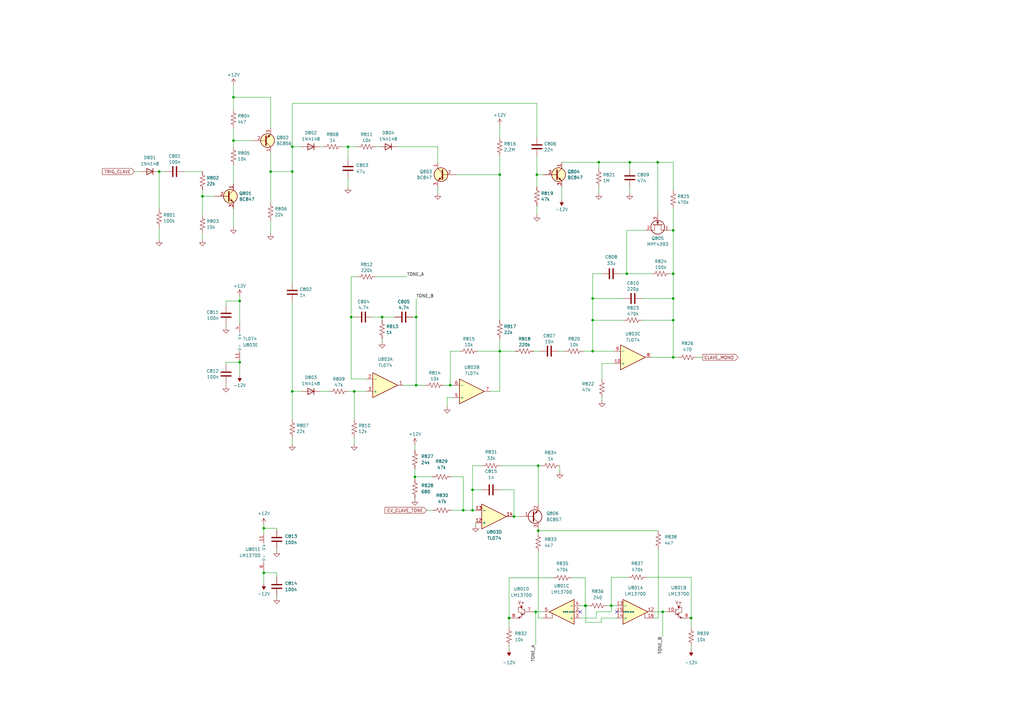
<source format=kicad_sch>
(kicad_sch (version 20231120) (generator "eeschema") (generator_version "8.0")
  (paper "A3")
  (lib_symbols
    (symbol "Amplifier_Operational:LM13700" (pin_names (offset 0.127))
      (property "Reference" "U" (at 3.81 5.08 0))
      (property "Value" "LM13700" (at 5.08 -5.08 0))
      (symbol "LM13700_1_1"
        (polyline (pts (xy 3.81 -0.635) (xy 3.81 -2.54) (xy 5.08 -2.54)))
        (polyline (pts (xy 5.08 0) (xy -5.08 -5.08) (xy -5.08 5.08) (xy 5.08 0)) (stroke (width 0.254)) (fill (type background)))
        (pin output line (at 7.62 0 180) (length 2.54) (name "~") (number "12"))
        (pin input line (at -7.62 2.54 0) (length 2.54) (name "-") (number "13"))
        (pin input line (at -7.62 -2.54 0) (length 2.54) (name "+") (number "14"))
        (pin input line (at -7.62 0 0) (length 2.54) (name "DIODE_BIAS") (number "15"))
        (pin input line (at 7.62 -2.54 180) (length 2.54) (name "~") (number "16"))
      )
      (symbol "LM13700_2_0"
        (polyline (pts (xy -1.905 2.54) (xy -3.175 2.54)))
      )
      (symbol "LM13700_2_1"
        (circle (center -2.54 1.905) (radius 0.254) (stroke (width 0.254)) (fill (type outline)))
        (polyline (pts (xy -3.81 -0.635) (xy -2.54 -1.27)))
        (polyline (pts (xy -3.81 1.27) (xy -3.81 -1.27)))
        (polyline (pts (xy -2.54 -1.905) (xy -1.27 -2.54)))
        (polyline (pts (xy -2.54 0) (xy -2.54 -2.54)))
        (polyline (pts (xy -3.81 0.635) (xy -2.54 1.27) (xy -2.54 1.905) (xy -2.54 2.54)))
        (polyline (pts (xy -2.54 -1.27) (xy -3.175 -0.635) (xy -3.175 -1.27) (xy -2.54 -1.27)) (fill (type outline)))
        (polyline (pts (xy -2.54 -0.635) (xy -1.27 0) (xy -1.27 1.905) (xy -2.54 1.905)))
        (polyline (pts (xy -1.27 -2.54) (xy -1.905 -1.905) (xy -1.905 -2.54) (xy -1.27 -2.54)) (fill (type outline)))
        (text "V+" (at -2.54 3.81 0) (effects (font (size 1.27 1.27))))
        (pin input line (at -7.62 0 0) (length 3.81) (name "~") (number "10"))
        (pin output line (at 2.54 -2.54 180) (length 3.81) (name "~") (number "9"))
      )
      (symbol "LM13700_3_1"
        (polyline (pts (xy 3.81 -0.635) (xy 3.81 -2.54) (xy 5.08 -2.54)))
        (polyline (pts (xy 5.08 0) (xy -5.08 -5.08) (xy -5.08 5.08) (xy 5.08 0)) (stroke (width 0.254)) (fill (type background)))
        (pin input line (at 7.62 -2.54 180) (length 2.54) (name "~") (number "1"))
        (pin input line (at -7.62 0 0) (length 2.54) (name "DIODE_BIAS") (number "2"))
        (pin input line (at -7.62 -2.54 0) (length 2.54) (name "+") (number "3"))
        (pin input line (at -7.62 2.54 0) (length 2.54) (name "-") (number "4"))
        (pin output line (at 7.62 0 180) (length 2.54) (name "~") (number "5"))
      )
      (symbol "LM13700_4_0"
        (polyline (pts (xy -3.175 2.54) (xy -1.905 2.54)))
        (text "V+" (at -2.54 3.81 0) (effects (font (size 1.27 1.27))))
      )
      (symbol "LM13700_4_1"
        (circle (center -2.54 1.905) (radius 0.254) (stroke (width 0.254)) (fill (type outline)))
        (polyline (pts (xy -3.81 -0.635) (xy -2.54 -1.27)))
        (polyline (pts (xy -3.81 1.27) (xy -3.81 -1.27)))
        (polyline (pts (xy -2.54 -1.905) (xy -1.27 -2.54)))
        (polyline (pts (xy -2.54 0) (xy -2.54 -2.54)))
        (polyline (pts (xy -3.81 0.635) (xy -2.54 1.27) (xy -2.54 2.54)))
        (polyline (pts (xy -2.54 -1.27) (xy -3.175 -0.635) (xy -3.175 -1.27) (xy -2.54 -1.27)) (fill (type outline)))
        (polyline (pts (xy -2.54 -0.635) (xy -1.27 0) (xy -1.27 1.905) (xy -2.54 1.905)))
        (polyline (pts (xy -1.27 -2.54) (xy -1.905 -1.905) (xy -1.905 -2.54) (xy -1.27 -2.54)) (fill (type outline)))
        (pin input line (at -7.62 0 0) (length 3.81) (name "~") (number "7"))
        (pin output line (at 2.54 -2.54 180) (length 3.81) (name "~") (number "8"))
      )
      (symbol "LM13700_5_1"
        (pin power_in line (at -2.54 7.62 270) (length 3.81) (name "V+") (number "11"))
        (pin power_in line (at -2.54 -7.62 90) (length 3.81) (name "V-") (number "6"))
      )
    )
    (symbol "Amplifier_Operational:TL074" (pin_names (offset 0.127))
      (property "Reference" "U" (at 0 5.08 0))
      (property "Value" "TL074" (at 0 -5.08 0))
      (symbol "TL074_1_1"
        (polyline (pts (xy -5.08 5.08) (xy 5.08 0) (xy -5.08 -5.08) (xy -5.08 5.08)) (stroke (width 0.254)) (fill (type background)))
        (pin output line (at 7.62 0 180) (length 2.54) (name "~") (number "1"))
        (pin input line (at -7.62 -2.54 0) (length 2.54) (name "-") (number "2"))
        (pin input line (at -7.62 2.54 0) (length 2.54) (name "+") (number "3"))
      )
      (symbol "TL074_2_1"
        (polyline (pts (xy -5.08 5.08) (xy 5.08 0) (xy -5.08 -5.08) (xy -5.08 5.08)) (stroke (width 0.254)) (fill (type background)))
        (pin input line (at -7.62 2.54 0) (length 2.54) (name "+") (number "5"))
        (pin input line (at -7.62 -2.54 0) (length 2.54) (name "-") (number "6"))
        (pin output line (at 7.62 0 180) (length 2.54) (name "~") (number "7"))
      )
      (symbol "TL074_3_1"
        (polyline (pts (xy -5.08 5.08) (xy 5.08 0) (xy -5.08 -5.08) (xy -5.08 5.08)) (stroke (width 0.254)) (fill (type background)))
        (pin input line (at -7.62 2.54 0) (length 2.54) (name "+") (number "10"))
        (pin output line (at 7.62 0 180) (length 2.54) (name "~") (number "8"))
        (pin input line (at -7.62 -2.54 0) (length 2.54) (name "-") (number "9"))
      )
      (symbol "TL074_4_1"
        (polyline (pts (xy -5.08 5.08) (xy 5.08 0) (xy -5.08 -5.08) (xy -5.08 5.08)) (stroke (width 0.254)) (fill (type background)))
        (pin input line (at -7.62 2.54 0) (length 2.54) (name "+") (number "12"))
        (pin input line (at -7.62 -2.54 0) (length 2.54) (name "-") (number "13"))
        (pin output line (at 7.62 0 180) (length 2.54) (name "~") (number "14"))
      )
      (symbol "TL074_5_1"
        (pin power_in line (at -2.54 -7.62 90) (length 3.81) (name "V-") (number "11"))
        (pin power_in line (at -2.54 7.62 270) (length 3.81) (name "V+") (number "4"))
      )
    )
    (symbol "Device:C" (pin_numbers hide) (pin_names (offset 0.254))
      (property "Reference" "C" (at 0.635 2.54 0))
      (property "Value" "C" (at 0.635 -2.54 0))
      (symbol "C_0_1"
        (polyline (pts (xy -2.032 -0.762) (xy 2.032 -0.762)) (stroke (width 0.508)))
        (polyline (pts (xy -2.032 0.762) (xy 2.032 0.762)) (stroke (width 0.508)))
      )
      (symbol "C_1_1"
        (pin passive line (at 0 3.81 270) (length 2.794) (name "~") (number "1"))
        (pin passive line (at 0 -3.81 90) (length 2.794) (name "~") (number "2"))
      )
    )
    (symbol "Device:Q_NJFET_DSG" (pin_names (offset 0) hide)
      (property "Reference" "Q" (at 5.08 1.27 0))
      (property "Value" "Q_NJFET_DSG" (at 5.08 -1.27 0))
      (symbol "Q_NJFET_DSG_0_1"
        (polyline (pts (xy 0.254 1.905) (xy 0.254 -1.905) (xy 0.254 -1.905)) (stroke (width 0.254)))
        (polyline (pts (xy 2.54 -2.54) (xy 2.54 -1.27) (xy 0.254 -1.27)))
        (polyline (pts (xy 2.54 2.54) (xy 2.54 1.397) (xy 0.254 1.397)))
        (polyline (pts (xy 0 0) (xy -1.016 0.381) (xy -1.016 -0.381) (xy 0 0)) (fill (type outline)))
        (circle (center 1.27 0) (radius 2.8194) (stroke (width 0.254)))
      )
      (symbol "Q_NJFET_DSG_1_1"
        (pin passive line (at 2.54 5.08 270) (length 2.54) (name "D") (number "1"))
        (pin passive line (at 2.54 -5.08 90) (length 2.54) (name "S") (number "2"))
        (pin input line (at -5.08 0 0) (length 5.334) (name "G") (number "3"))
      )
    )
    (symbol "Device:R_US" (pin_numbers hide) (pin_names (offset 0))
      (property "Reference" "R" (at 2.54 0 90))
      (property "Value" "R_US" (at -2.54 0 90))
      (symbol "R_US_0_1"
        (polyline (pts (xy 0 -2.286) (xy 0 -2.54)))
        (polyline (pts (xy 0 2.286) (xy 0 2.54)))
        (polyline (pts (xy 0 -0.762) (xy 1.016 -1.143) (xy 0 -1.524) (xy -1.016 -1.905) (xy 0 -2.286)))
        (polyline (pts (xy 0 0.762) (xy 1.016 0.381) (xy 0 0) (xy -1.016 -0.381) (xy 0 -0.762)))
        (polyline (pts (xy 0 2.286) (xy 1.016 1.905) (xy 0 1.524) (xy -1.016 1.143) (xy 0 0.762)))
      )
      (symbol "R_US_1_1"
        (pin passive line (at 0 3.81 270) (length 1.27) (name "~") (number "1"))
        (pin passive line (at 0 -3.81 90) (length 1.27) (name "~") (number "2"))
      )
    )
    (symbol "Diode:1N4148" (pin_numbers hide) (pin_names hide)
      (property "Reference" "D" (at 0 2.54 0))
      (property "Value" "1N4148" (at 0 -2.54 0))
      (symbol "1N4148_0_1"
        (polyline (pts (xy -1.27 1.27) (xy -1.27 -1.27)) (stroke (width 0.254)))
        (polyline (pts (xy 1.27 0) (xy -1.27 0)))
        (polyline (pts (xy 1.27 1.27) (xy 1.27 -1.27) (xy -1.27 0) (xy 1.27 1.27)) (stroke (width 0.254)))
      )
      (symbol "1N4148_1_1"
        (pin passive line (at -3.81 0 0) (length 2.54) (name "K") (number "1"))
        (pin passive line (at 3.81 0 180) (length 2.54) (name "A") (number "2"))
      )
    )
    (symbol "PCM_4ms_Power-symbol:+12V" (power) (pin_names (offset 0))
      (property "Value" "+12V" (at 0 3.556 0))
      (symbol "+12V_0_1"
        (polyline (pts (xy -0.762 1.27) (xy 0 2.54)))
        (polyline (pts (xy 0 0) (xy 0 2.54)))
        (polyline (pts (xy 0 2.54) (xy 0.762 1.27)))
      )
      (symbol "+12V_1_1"
        (pin power_in line (at 0 0 90) (length 0) hide (name "+12V") (number "1"))
      )
    )
    (symbol "PCM_4ms_Power-symbol:GND" (power) (pin_names (offset 0))
      (property "Value" "GND" (at 0 -3.81 0))
      (symbol "GND_0_1"
        (polyline (pts (xy 0 0) (xy 0 -1.27) (xy 1.27 -1.27) (xy 0 -2.54) (xy -1.27 -1.27) (xy 0 -1.27)))
      )
      (symbol "GND_1_1"
        (pin power_in line (at 0 0 270) (length 0) hide (name "GND") (number "1"))
      )
    )
    (symbol "PCM_Transistor_BJT_AKL:BC547" (pin_names hide)
      (property "Reference" "Q" (at 5.08 1.27 0))
      (property "Value" "BC547" (at 5.08 -1.27 0))
      (symbol "BC547_0_1"
        (polyline (pts (xy 0.635 0.635) (xy 2.54 2.54)))
        (polyline (pts (xy 0.635 -0.635) (xy 2.54 -2.54) (xy 2.54 -2.54)))
        (polyline (pts (xy 0.635 1.905) (xy 0.635 -1.905) (xy 0.635 -1.905)) (stroke (width 0.508)))
        (polyline (pts (xy 1.27 -1.778) (xy 1.778 -1.27) (xy 2.286 -2.286) (xy 1.27 -1.778) (xy 1.27 -1.778)) (fill (type outline)))
        (circle (center 1.27 0) (radius 2.8194) (stroke (width 0.254)) (fill (type background)))
      )
      (symbol "BC547_1_1"
        (pin passive line (at 2.54 5.08 270) (length 2.54) (name "C") (number "1"))
        (pin input line (at -5.08 0 0) (length 5.715) (name "B") (number "2"))
        (pin passive line (at 2.54 -5.08 90) (length 2.54) (name "E") (number "3"))
      )
    )
    (symbol "PCM_Transistor_BJT_AKL:BC556" (pin_names hide)
      (property "Reference" "Q" (at 5.08 1.27 0))
      (property "Value" "BC556" (at 5.08 -1.27 0))
      (symbol "BC556_0_1"
        (polyline (pts (xy 0.635 -0.635) (xy 2.54 -2.54)))
        (polyline (pts (xy 0.635 -1.905) (xy 0.635 1.905) (xy 0.635 1.905)) (stroke (width 0.508)))
        (polyline (pts (xy 0.635 0.635) (xy 2.54 2.54) (xy 2.54 2.54)))
        (polyline (pts (xy 2.286 1.778) (xy 1.778 2.286) (xy 1.27 1.27) (xy 2.286 1.778) (xy 2.286 1.778)) (fill (type outline)))
        (circle (center 1.27 0) (radius 2.8194) (stroke (width 0.254)) (fill (type background)))
      )
      (symbol "BC556_1_1"
        (pin passive line (at 2.54 -5.08 90) (length 2.54) (name "C") (number "1"))
        (pin input line (at -5.08 0 0) (length 5.715) (name "B") (number "2"))
        (pin passive line (at 2.54 5.08 270) (length 2.54) (name "E") (number "3"))
      )
    )
    (symbol "Transistor_BJT:BC857" (pin_names (offset 0) hide)
      (property "Reference" "Q" (at 5.08 1.905 0))
      (property "Value" "BC857" (at 5.08 0 0))
      (symbol "BC857_0_1"
        (polyline (pts (xy 0.635 0.635) (xy 2.54 2.54)))
        (polyline (pts (xy 0.635 -0.635) (xy 2.54 -2.54) (xy 2.54 -2.54)))
        (polyline (pts (xy 0.635 1.905) (xy 0.635 -1.905) (xy 0.635 -1.905)) (stroke (width 0.508)))
        (polyline (pts (xy 2.286 -1.778) (xy 1.778 -2.286) (xy 1.27 -1.27) (xy 2.286 -1.778) (xy 2.286 -1.778)) (fill (type outline)))
        (circle (center 1.27 0) (radius 2.8194) (stroke (width 0.254)))
      )
      (symbol "BC857_1_1"
        (pin input line (at -5.08 0 0) (length 5.715) (name "B") (number "1"))
        (pin passive line (at 2.54 -5.08 90) (length 2.54) (name "E") (number "2"))
        (pin passive line (at 2.54 5.08 270) (length 2.54) (name "C") (number "3"))
      )
    )
    (symbol "power:+12V" (power) (pin_numbers hide) (pin_names (offset 0) hide)
      (property "Value" "+12V" (at 0 3.556 0))
      (symbol "+12V_0_1"
        (polyline (pts (xy -0.762 1.27) (xy 0 2.54)))
        (polyline (pts (xy 0 0) (xy 0 2.54)))
        (polyline (pts (xy 0 2.54) (xy 0.762 1.27)))
      )
      (symbol "+12V_1_1"
        (pin power_in line (at 0 0 90) (length 0) (name "~") (number "1"))
      )
    )
    (symbol "power:-12V" (power) (pin_names (offset 0))
      (property "Value" "-12V" (at 0 3.81 0))
      (symbol "-12V_0_0"
        (pin power_in line (at 0 0 90) (length 0) hide (name "-12V") (number "1"))
      )
      (symbol "-12V_0_1"
        (polyline (pts (xy 0 0) (xy 0 1.27) (xy 0.762 1.27) (xy 0 2.54) (xy -0.762 1.27) (xy 0 1.27)) (fill (type outline)))
      )
    )
    (symbol "power:GND" (power) (pin_numbers hide) (pin_names (offset 0) hide)
      (symbol "GND_0_1"
        (polyline (pts (xy 0 0) (xy 0 -1.27) (xy 1.27 -1.27) (xy 0 -2.54) (xy -1.27 -1.27) (xy 0 -1.27)))
      )
      (symbol "GND_1_1"
        (pin power_in line (at 0 0 270) (length 0) (name "~") (number "1"))
      )
    )
  )
  (junction (at 243.078 131.318))
  (junction (at 220.726 191.008))
  (junction (at 257.048 112.268))
  (junction (at 276.098 112.268))
  (junction (at 193.802 209.296))
  (junction (at 142.748 60.198))
  (junction (at 95.758 39.878))
  (junction (at 189.992 209.296))
  (junction (at 204.978 71.628))
  (junction (at 204.978 144.018))
  (junction (at 119.888 160.528))
  (junction (at 276.098 146.558))
  (junction (at 258.318 66.548))
  (junction (at 170.18 195.58))
  (junction (at 220.726 217.678))
  (junction (at 193.802 200.914))
  (junction (at 250.698 248.412))
  (junction (at 220.218 71.628))
  (junction (at 170.688 157.988))
  (junction (at 83.058 80.518))
  (junction (at 65.278 70.358))
  (junction (at 271.78 250.952))
  (junction (at 208.788 253.492))
  (junction (at 156.718 130.048))
  (junction (at 243.078 144.018))
  (junction (at 210.82 211.836))
  (junction (at 243.078 122.428))
  (junction (at 269.748 66.548))
  (junction (at 170.688 130.048))
  (junction (at 276.098 94.488))
  (junction (at 245.618 66.548))
  (junction (at 119.888 70.358))
  (junction (at 108.204 216.662))
  (junction (at 108.204 234.95))
  (junction (at 144.018 130.048))
  (junction (at 98.298 123.444))
  (junction (at 276.098 131.318))
  (junction (at 145.288 160.528))
  (junction (at 98.298 148.59))
  (junction (at 95.758 57.658))
  (junction (at 276.098 122.428))
  (junction (at 184.658 157.988))
  (junction (at 283.464 253.492))
  (junction (at 240.03 248.412))
  (junction (at 219.71 250.952))
  (junction (at 110.998 70.358))
  (junction (at 119.888 60.198))
  (junction (at 240.284 248.412))
  (no_connect (at 252.984 250.952))
  (no_connect (at 237.998 250.952))
  (wire (pts (xy 110.998 90.678) (xy 110.998 95.758)))
  (wire (pts (xy 119.888 60.198) (xy 119.888 70.358)))
  (wire (pts (xy 189.992 195.58) (xy 189.992 209.296)))
  (wire (pts (xy 95.758 52.578) (xy 95.758 57.658)))
  (wire (pts (xy 95.758 34.798) (xy 95.758 39.878)))
  (wire (pts (xy 144.018 113.538) (xy 146.558 113.538)))
  (wire (pts (xy 276.098 112.268) (xy 276.098 94.488)))
  (wire (pts (xy 276.098 146.558) (xy 278.13 146.558)))
  (wire (pts (xy 119.888 160.528) (xy 119.888 171.958)))
  (wire (pts (xy 170.688 157.988) (xy 174.498 157.988)))
  (wire (pts (xy 142.748 160.528) (xy 145.288 160.528)))
  (wire (pts (xy 263.398 131.318) (xy 276.098 131.318)))
  (wire (pts (xy 271.78 250.952) (xy 273.304 250.952)))
  (wire (pts (xy 184.658 144.018) (xy 188.468 144.018)))
  (wire (pts (xy 119.888 160.528) (xy 123.698 160.528)))
  (wire (pts (xy 246.888 163.068) (xy 246.888 164.338)))
  (wire (pts (xy 250.698 248.412) (xy 252.984 248.412)))
  (wire (pts (xy 108.204 234.95) (xy 108.204 239.268)))
  (wire (pts (xy 243.078 122.428) (xy 255.778 122.428)))
  (wire (pts (xy 119.888 42.418) (xy 220.218 42.418)))
  (wire (pts (xy 92.71 123.444) (xy 98.298 123.444)))
  (wire (pts (xy 92.71 125.476) (xy 92.71 123.444)))
  (wire (pts (xy 98.298 121.412) (xy 98.298 123.444)))
  (wire (pts (xy 113.538 216.662) (xy 108.204 216.662)))
  (wire (pts (xy 252.984 253.492) (xy 246.634 253.492)))
  (wire (pts (xy 92.71 157.226) (xy 92.71 158.242)))
  (wire (pts (xy 170.688 157.988) (xy 165.608 157.988)))
  (wire (pts (xy 183.388 166.878) (xy 183.388 163.068)))
  (wire (pts (xy 204.978 160.528) (xy 204.978 144.018)))
  (wire (pts (xy 220.726 217.678) (xy 270.002 217.678)))
  (wire (pts (xy 95.758 67.818) (xy 95.758 75.438)))
  (wire (pts (xy 170.18 195.58) (xy 177.292 195.58)))
  (wire (pts (xy 170.18 192.278) (xy 170.18 195.58)))
  (wire (pts (xy 98.298 147.828) (xy 98.298 148.59)))
  (wire (pts (xy 246.634 255.27) (xy 240.284 255.27)))
  (wire (pts (xy 75.438 70.358) (xy 83.058 70.358)))
  (wire (pts (xy 170.18 195.58) (xy 170.18 196.596)))
  (wire (pts (xy 193.802 200.914) (xy 193.802 191.008)))
  (wire (pts (xy 245.618 76.708) (xy 245.618 79.248)))
  (wire (pts (xy 185.166 209.296) (xy 189.992 209.296)))
  (wire (pts (xy 170.18 204.216) (xy 170.18 204.724)))
  (wire (pts (xy 226.822 236.982) (xy 208.788 236.982)))
  (wire (pts (xy 119.888 123.698) (xy 119.888 160.528)))
  (wire (pts (xy 169.418 130.048) (xy 170.688 130.048)))
  (wire (pts (xy 205.232 200.914) (xy 210.82 200.914)))
  (wire (pts (xy 285.75 146.558) (xy 288.29 146.558)))
  (wire (pts (xy 145.288 179.578) (xy 145.288 182.118)))
  (wire (pts (xy 271.78 250.952) (xy 271.78 261.112)))
  (wire (pts (xy 65.278 85.598) (xy 65.278 70.358)))
  (wire (pts (xy 83.058 95.758) (xy 83.058 98.298)))
  (wire (pts (xy 268.224 253.492) (xy 270.002 253.492)))
  (wire (pts (xy 187.198 71.628) (xy 204.978 71.628)))
  (wire (pts (xy 156.718 138.938) (xy 156.718 140.208)))
  (wire (pts (xy 113.538 225.044) (xy 113.538 225.806)))
  (wire (pts (xy 268.224 250.952) (xy 271.78 250.952)))
  (wire (pts (xy 119.888 179.578) (xy 119.888 182.118)))
  (wire (pts (xy 255.778 131.318) (xy 243.078 131.318)))
  (wire (pts (xy 189.992 209.296) (xy 193.802 209.296)))
  (wire (pts (xy 245.618 66.548) (xy 258.318 66.548)))
  (wire (pts (xy 210.82 211.836) (xy 213.106 211.836)))
  (wire (pts (xy 283.464 264.922) (xy 283.464 266.446)))
  (wire (pts (xy 243.078 122.428) (xy 243.078 131.318)))
  (wire (pts (xy 55.118 70.358) (xy 57.658 70.358)))
  (wire (pts (xy 220.726 216.916) (xy 220.726 217.678)))
  (wire (pts (xy 156.718 130.048) (xy 156.718 131.318)))
  (wire (pts (xy 170.18 182.372) (xy 170.18 184.658)))
  (wire (pts (xy 276.098 122.428) (xy 276.098 112.268)))
  (wire (pts (xy 258.318 66.548) (xy 269.748 66.548)))
  (wire (pts (xy 246.888 155.448) (xy 246.888 149.098)))
  (wire (pts (xy 98.298 123.444) (xy 98.298 132.588)))
  (wire (pts (xy 234.442 236.982) (xy 240.03 236.982)))
  (wire (pts (xy 210.82 200.914) (xy 210.82 211.836)))
  (wire (pts (xy 243.078 122.428) (xy 243.078 112.268)))
  (wire (pts (xy 269.748 66.548) (xy 276.098 66.548)))
  (wire (pts (xy 156.718 130.048) (xy 161.798 130.048)))
  (wire (pts (xy 140.208 60.198) (xy 142.748 60.198)))
  (wire (pts (xy 113.538 234.95) (xy 108.204 234.95)))
  (wire (pts (xy 240.03 248.412) (xy 240.284 248.412)))
  (wire (pts (xy 240.284 255.27) (xy 240.284 248.412)))
  (wire (pts (xy 170.688 122.428) (xy 170.688 130.048)))
  (wire (pts (xy 201.168 160.528) (xy 204.978 160.528)))
  (wire (pts (xy 184.658 157.988) (xy 185.928 157.988)))
  (wire (pts (xy 175.006 209.296) (xy 177.546 209.296)))
  (wire (pts (xy 276.098 85.598) (xy 276.098 94.488)))
  (wire (pts (xy 142.748 72.898) (xy 142.748 76.708)))
  (wire (pts (xy 65.278 70.358) (xy 67.818 70.358)))
  (wire (pts (xy 208.788 236.982) (xy 208.788 253.492)))
  (wire (pts (xy 220.218 42.418) (xy 220.218 56.388)))
  (wire (pts (xy 145.288 160.528) (xy 145.288 171.958)))
  (wire (pts (xy 95.758 39.878) (xy 95.758 44.958)))
  (wire (pts (xy 119.888 70.358) (xy 119.888 116.078)))
  (wire (pts (xy 113.538 217.424) (xy 113.538 216.662)))
  (wire (pts (xy 257.048 112.268) (xy 267.208 112.268)))
  (wire (pts (xy 108.204 234.188) (xy 108.204 234.95)))
  (wire (pts (xy 245.618 66.548) (xy 245.618 69.088)))
  (wire (pts (xy 265.176 236.728) (xy 283.464 236.728)))
  (wire (pts (xy 204.978 51.308) (xy 204.978 56.388)))
  (wire (pts (xy 179.578 76.708) (xy 179.578 79.248)))
  (wire (pts (xy 220.726 191.008) (xy 220.726 206.756)))
  (wire (pts (xy 142.748 60.198) (xy 146.558 60.198)))
  (wire (pts (xy 131.318 60.198) (xy 132.588 60.198)))
  (wire (pts (xy 182.118 157.988) (xy 184.658 157.988)))
  (wire (pts (xy 220.218 64.008) (xy 220.218 71.628)))
  (wire (pts (xy 250.698 236.728) (xy 250.698 248.412)))
  (wire (pts (xy 170.688 130.048) (xy 170.688 157.988)))
  (wire (pts (xy 110.998 62.738) (xy 110.998 70.358)))
  (wire (pts (xy 195.072 214.376) (xy 195.072 215.646)))
  (wire (pts (xy 92.71 148.59) (xy 98.298 148.59)))
  (wire (pts (xy 110.998 39.878) (xy 95.758 39.878)))
  (wire (pts (xy 145.288 160.528) (xy 150.368 160.528)))
  (wire (pts (xy 218.948 144.018) (xy 221.488 144.018)))
  (wire (pts (xy 113.538 244.348) (xy 113.538 245.11)))
  (wire (pts (xy 95.758 57.658) (xy 103.378 57.658)))
  (wire (pts (xy 276.098 66.548) (xy 276.098 77.978)))
  (wire (pts (xy 144.018 155.448) (xy 150.368 155.448)))
  (wire (pts (xy 92.71 149.606) (xy 92.71 148.59)))
  (wire (pts (xy 220.218 71.628) (xy 220.218 76.708)))
  (wire (pts (xy 108.204 215.138) (xy 108.204 216.662)))
  (wire (pts (xy 65.278 93.218) (xy 65.278 98.298)))
  (wire (pts (xy 258.318 66.548) (xy 258.318 69.088)))
  (wire (pts (xy 83.058 80.518) (xy 88.138 80.518)))
  (wire (pts (xy 113.538 236.728) (xy 113.538 234.95)))
  (wire (pts (xy 220.726 217.678) (xy 220.726 218.694)))
  (wire (pts (xy 193.802 191.008) (xy 197.612 191.008)))
  (wire (pts (xy 183.388 163.068) (xy 185.928 163.068)))
  (wire (pts (xy 193.802 200.914) (xy 197.612 200.914)))
  (wire (pts (xy 204.978 71.628) (xy 204.978 131.318)))
  (wire (pts (xy 218.948 250.952) (xy 219.71 250.952)))
  (wire (pts (xy 110.998 52.578) (xy 110.998 39.878)))
  (wire (pts (xy 208.788 264.922) (xy 208.788 266.446)))
  (wire (pts (xy 95.758 85.598) (xy 95.758 93.218)))
  (wire (pts (xy 184.658 157.988) (xy 184.658 144.018)))
  (wire (pts (xy 98.298 148.59) (xy 98.298 153.924)))
  (wire (pts (xy 220.726 226.314) (xy 220.726 253.492)))
  (wire (pts (xy 208.788 253.492) (xy 208.788 257.302)))
  (wire (pts (xy 220.726 191.008) (xy 221.996 191.008)))
  (wire (pts (xy 205.232 191.008) (xy 220.726 191.008)))
  (wire (pts (xy 250.698 250.952) (xy 250.698 248.412)))
  (wire (pts (xy 179.578 60.198) (xy 179.578 66.548)))
  (wire (pts (xy 243.078 144.018) (xy 251.968 144.018)))
  (wire (pts (xy 220.726 253.492) (xy 222.758 253.492)))
  (wire (pts (xy 110.998 70.358) (xy 110.998 83.058)))
  (wire (pts (xy 246.634 253.492) (xy 246.634 255.27)))
  (wire (pts (xy 276.098 94.488) (xy 274.828 94.488)))
  (wire (pts (xy 108.204 216.662) (xy 108.204 218.948)))
  (wire (pts (xy 276.098 131.318) (xy 276.098 122.428)))
  (wire (pts (xy 258.318 76.708) (xy 258.318 79.248)))
  (wire (pts (xy 144.018 113.538) (xy 144.018 130.048)))
  (wire (pts (xy 243.078 112.268) (xy 246.888 112.268)))
  (wire (pts (xy 240.284 248.412) (xy 241.3 248.412)))
  (wire (pts (xy 83.058 77.978) (xy 83.058 80.518)))
  (wire (pts (xy 243.078 131.318) (xy 243.078 144.018)))
  (wire (pts (xy 244.602 250.952) (xy 250.698 250.952)))
  (wire (pts (xy 283.464 253.492) (xy 283.464 257.302)))
  (wire (pts (xy 144.018 130.048) (xy 144.018 155.448)))
  (wire (pts (xy 144.018 130.048) (xy 145.288 130.048)))
  (wire (pts (xy 283.464 236.728) (xy 283.464 253.492)))
  (wire (pts (xy 229.108 144.018) (xy 231.648 144.018)))
  (wire (pts (xy 239.268 144.018) (xy 243.078 144.018)))
  (wire (pts (xy 142.748 60.198) (xy 142.748 65.278)))
  (wire (pts (xy 237.998 253.492) (xy 244.602 253.492)))
  (wire (pts (xy 269.748 66.548) (xy 269.748 86.868)))
  (wire (pts (xy 193.802 200.914) (xy 193.802 209.296)))
  (wire (pts (xy 184.912 195.58) (xy 189.992 195.58)))
  (wire (pts (xy 95.758 57.658) (xy 95.758 60.198)))
  (wire (pts (xy 276.098 146.558) (xy 276.098 131.318)))
  (wire (pts (xy 131.318 160.528) (xy 135.128 160.528)))
  (wire (pts (xy 119.888 60.198) (xy 119.888 42.418)))
  (wire (pts (xy 237.998 248.412) (xy 240.03 248.412)))
  (wire (pts (xy 193.802 209.296) (xy 195.072 209.296)))
  (wire (pts (xy 248.92 248.412) (xy 250.698 248.412)))
  (wire (pts (xy 229.616 191.008) (xy 229.616 193.548)))
  (wire (pts (xy 220.218 84.328) (xy 220.218 88.138)))
  (wire (pts (xy 222.758 71.628) (xy 220.218 71.628)))
  (wire (pts (xy 257.556 236.728) (xy 250.698 236.728)))
  (wire (pts (xy 204.978 144.018) (xy 211.328 144.018)))
  (wire (pts (xy 210.312 211.836) (xy 210.82 211.836)))
  (wire (pts (xy 267.208 146.558) (xy 276.098 146.558)))
  (wire (pts (xy 230.378 76.708) (xy 230.378 81.788)))
  (wire (pts (xy 123.698 60.198) (xy 119.888 60.198)))
  (wire (pts (xy 204.978 144.018) (xy 196.088 144.018)))
  (wire (pts (xy 274.828 112.268) (xy 276.098 112.268)))
  (wire (pts (xy 152.908 130.048) (xy 156.718 130.048)))
  (wire (pts (xy 119.888 70.358) (xy 110.998 70.358)))
  (wire (pts (xy 230.378 66.548) (xy 245.618 66.548)))
  (wire (pts (xy 257.048 94.488) (xy 257.048 112.268)))
  (wire (pts (xy 263.398 122.428) (xy 276.098 122.428)))
  (wire (pts (xy 163.068 60.198) (xy 179.578 60.198)))
  (wire (pts (xy 204.978 138.938) (xy 204.978 144.018)))
  (wire (pts (xy 154.178 113.538) (xy 166.878 113.538)))
  (wire (pts (xy 254.508 112.268) (xy 257.048 112.268)))
  (wire (pts (xy 270.002 253.492) (xy 270.002 225.298)))
  (wire (pts (xy 83.058 80.518) (xy 83.058 88.138)))
  (wire (pts (xy 246.888 149.098) (xy 251.968 149.098)))
  (wire (pts (xy 240.03 236.982) (xy 240.03 248.412)))
  (wire (pts (xy 154.178 60.198) (xy 155.448 60.198)))
  (wire (pts (xy 219.71 250.952) (xy 219.71 264.414)))
  (wire (pts (xy 92.71 133.096) (xy 92.71 134.112)))
  (wire (pts (xy 244.602 253.492) (xy 244.602 250.952)))
  (wire (pts (xy 264.668 94.488) (xy 257.048 94.488)))
  (wire (pts (xy 204.978 64.008) (xy 204.978 71.628)))
  (wire (pts (xy 219.71 250.952) (xy 222.758 250.952)))
  (label "TONE_B" (at 170.688 122.428 0))
  (label "TONE_B" (at 271.78 261.112 270))
  (label "TONE_A" (at 219.71 264.414 270))
  (label "TONE_A" (at 166.878 113.538 0))
  (global_label "TRIG_CLAVE" (shape input) (at 55.118 70.358 180) (property "Intersheetrefs" "${INTERSHEET_REFS}" (effects (hide yes))))
  (global_label "CLAVE_MONO" (shape output) (at 288.29 146.558 0) (property "Intersheetrefs" "${INTERSHEET_REFS}" (effects (hide yes))))
  (global_label "CV_CLAVE_TONE" (shape input) (at 175.006 209.296 180) (property "Intersheetrefs" "${INTERSHEET_REFS}" (effects (hide yes))))
  (symbol (lib_id "Device:R_US") (at 261.366 236.728 90) (unit 1)
    (property "Reference" "R837" (at 261.366 231.14 90))
    (property "Value" "470k" (at 261.366 233.68 90))
    (property "Description" "Resistor, US symbol" (effects (hide yes)))
  )
  (symbol (lib_id "Device:R_US") (at 281.94 146.558 90) (unit 1)
    (property "Reference" "R826" (at 281.94 140.843 90))
    (property "Value" "470" (at 281.94 143.383 90))
    (property "Footprint" "PCM_Resistor_SMD_AKL:R_0805_2012Metric" (effects (hide yes)))
  )
  (symbol (lib_id "Device:C") (at 259.588 122.428 90) (unit 1)
    (property "Reference" "C810" (at 259.588 116.1247 90))
    (property "Value" "220p" (at 259.588 118.5489 90))
    (property "Footprint" "Capacitor_SMD:C_0805_2012Metric" (effects (hide yes)))
  )
  (symbol (lib_id "PCM_Transistor_BJT_AKL:BC547") (at 182.118 71.628 0) (mirror y) (unit 1)
    (property "Reference" "Q803" (at 177.2666 70.4159 0) (effects (justify left)))
    (property "Value" "BC847" (at 177.2666 72.8401 0) (effects (justify left)))
    (property "Footprint" "PCM_4ms_Package_SOT:SOT-23" (effects (hide yes)))
    (property "Datasheet" "https://www.tme.eu/Document/6c5d898a533a0762c2bc33eb26c283a8/BC546-550-DTE.pdf" (effects (hide yes)))
  )
  (symbol (lib_id "Device:R_US") (at 208.788 261.112 180) (unit 1)
    (property "Reference" "R832" (at 211.074 259.8419 0) (effects (justify right)))
    (property "Value" "10k" (at 211.074 262.3819 0) (effects (justify right)))
    (property "Description" "Resistor, US symbol" (effects (hide yes)))
  )
  (symbol (lib_id "Amplifier_Operational:TL074") (at 95.758 140.208 0) (mirror y) (unit 5)
    (property "Reference" "U803" (at 99.568 141.4781 0) (effects (justify right)))
    (property "Value" "TL074" (at 99.568 138.9381 0) (effects (justify right)))
    (property "Datasheet" "http://www.ti.com/lit/ds/symlink/tl071.pdf" (effects (hide yes)))
    (property "Description" "Quad Low-Noise JFET-Input Operational Amplifiers, DIP-14/SOIC-14" (effects (hide yes)))
  )
  (symbol (lib_id "Device:R_US") (at 95.758 64.008 0) (unit 1)
    (property "Reference" "R805" (at 97.409 62.7959 0) (effects (justify left)))
    (property "Value" "10k" (at 97.409 65.2201 0) (effects (justify left)))
    (property "Footprint" "PCM_Resistor_SMD_AKL:R_0805_2012Metric" (effects (hide yes)))
  )
  (symbol (lib_id "PCM_4ms_Power-symbol:GND") (at 92.71 158.242 0) (unit 1)
    (property "Reference" "#PWR0823" (effects (hide yes)))
    (property "Value" "GND" (effects (hide yes)))
  )
  (symbol (lib_id "Device:R_US") (at 156.718 135.128 0) (unit 1)
    (property "Reference" "R813" (at 158.369 133.9159 0) (effects (justify left)))
    (property "Value" "1k" (at 158.369 136.3401 0) (effects (justify left)))
    (property "Footprint" "PCM_Resistor_SMD_AKL:R_0805_2012Metric" (effects (hide yes)))
  )
  (symbol (lib_id "power:GND") (at 113.538 225.806 0) (unit 1)
    (property "Reference" "#PWR0824" (effects (hide yes)))
    (property "Value" "GND" (effects (hide yes)))
    (property "Description" "Power symbol creates a global label with name \"GND\" , ground" (effects (hide yes)))
  )
  (symbol (lib_id "Amplifier_Operational:LM13700") (at 280.924 250.952 0) (unit 2)
    (property "Reference" "U801" (at 278.384 241.046 0))
    (property "Value" "LM13700" (at 278.384 243.586 0))
    (property "Datasheet" "http://www.ti.com/lit/ds/symlink/lm13700.pdf" (effects (hide yes)))
    (property "Description" "Dual Operational Transconductance Amplifiers with Linearizing Diodes and Buffers, DIP-16/SOIC-16" (effects (hide yes)))
  )
  (symbol (lib_id "Device:R_US") (at 225.806 191.008 90) (unit 1)
    (property "Reference" "R834" (at 225.806 185.674 90))
    (property "Value" "1k" (at 225.806 188.214 90))
    (property "Description" "Resistor, US symbol" (effects (hide yes)))
  )
  (symbol (lib_id "PCM_4ms_Power-symbol:GND") (at 95.758 93.218 0) (unit 1)
    (property "Reference" "#PWR0804" (effects (hide yes)))
    (property "Value" "GND" (effects (hide yes)))
  )
  (symbol (lib_id "Device:R_US") (at 136.398 60.198 90) (unit 1)
    (property "Reference" "R808" (at 136.398 55.1647 90))
    (property "Value" "1k" (at 136.398 57.5889 90))
    (property "Footprint" "PCM_Resistor_SMD_AKL:R_0805_2012Metric" (effects (hide yes)))
  )
  (symbol (lib_id "Device:R_US") (at 246.888 159.258 180) (unit 1)
    (property "Reference" "R822" (at 238.633 157.4688 0) (effects (justify right)))
    (property "Value" "47k" (at 238.633 159.893 0) (effects (justify right)))
    (property "Footprint" "PCM_Resistor_SMD_AKL:R_0805_2012Metric" (effects (hide yes)))
  )
  (symbol (lib_id "Device:R_US") (at 150.368 113.538 90) (unit 1)
    (property "Reference" "R812" (at 150.368 108.5047 90))
    (property "Value" "220k" (at 150.368 110.9289 90))
    (property "Footprint" "PCM_Resistor_SMD_AKL:R_0805_2012Metric" (effects (hide yes)))
  )
  (symbol (lib_id "power:-12V") (at 98.298 153.924 180) (unit 1)
    (property "Reference" "#PWR0806" (effects (hide yes)))
    (property "Value" "-12V" (at 98.298 158.0571 0))
  )
  (symbol (lib_id "Device:R_US") (at 95.758 48.768 0) (unit 1)
    (property "Reference" "R804" (at 97.409 47.5559 0) (effects (justify left)))
    (property "Value" "4k7" (at 97.409 49.9801 0) (effects (justify left)))
    (property "Footprint" "PCM_Resistor_SMD_AKL:R_0805_2012Metric" (effects (hide yes)))
  )
  (symbol (lib_id "power:-12V") (at 108.204 239.268 180) (unit 1)
    (property "Reference" "#PWR0820" (effects (hide yes)))
    (property "Value" "-12V" (at 108.204 243.586 0))
    (property "Description" "Power symbol creates a global label with name \"-12V\"" (effects (hide yes)))
  )
  (symbol (lib_id "PCM_Transistor_BJT_AKL:BC547") (at 227.838 71.628 0) (unit 1)
    (property "Reference" "Q804" (at 232.6894 70.4159 0) (effects (justify left)))
    (property "Value" "BC847" (at 232.6894 72.8401 0) (effects (justify left)))
    (property "Footprint" "PCM_4ms_Package_SOT:SOT-23" (effects (hide yes)))
    (property "Datasheet" "https://www.tme.eu/Document/6c5d898a533a0762c2bc33eb26c283a8/BC546-550-DTE.pdf" (effects (hide yes)))
  )
  (symbol (lib_id "Device:R_US") (at 170.18 188.468 180) (unit 1)
    (property "Reference" "R827" (at 172.72 187.1979 0) (effects (justify right)))
    (property "Value" "24k" (at 172.72 189.7379 0) (effects (justify right)))
    (property "Description" "Resistor, US symbol" (effects (hide yes)))
  )
  (symbol (lib_id "Amplifier_Operational:LM13700") (at 211.328 250.952 0) (mirror y) (unit 4)
    (property "Reference" "U801" (at 213.868 241.554 0))
    (property "Value" "LM13700" (at 213.868 244.094 0))
    (property "Datasheet" "http://www.ti.com/lit/ds/symlink/lm13700.pdf" (effects (hide yes)))
    (property "Description" "Dual Operational Transconductance Amplifiers with Linearizing Diodes and Buffers, DIP-16/SOIC-16" (effects (hide yes)))
  )
  (symbol (lib_id "PCM_Transistor_BJT_AKL:BC547") (at 93.218 80.518 0) (unit 1)
    (property "Reference" "Q801" (at 98.0694 79.3059 0) (effects (justify left)))
    (property "Value" "BC847" (at 98.0694 81.7301 0) (effects (justify left)))
    (property "Footprint" "PCM_4ms_Package_SOT:SOT-23" (effects (hide yes)))
    (property "Datasheet" "https://www.tme.eu/Document/6c5d898a533a0762c2bc33eb26c283a8/BC546-550-DTE.pdf" (effects (hide yes)))
  )
  (symbol (lib_id "Device:R_US") (at 192.278 144.018 90) (unit 1)
    (property "Reference" "R815" (at 192.278 138.9847 90))
    (property "Value" "10k" (at 192.278 141.4089 90))
    (property "Footprint" "PCM_Resistor_SMD_AKL:R_0805_2012Metric" (effects (hide yes)))
  )
  (symbol (lib_id "Device:R_US") (at 230.632 236.982 90) (unit 1)
    (property "Reference" "R835" (at 230.632 231.14 90))
    (property "Value" "470k" (at 230.632 233.68 90))
    (property "Description" "Resistor, US symbol" (effects (hide yes)))
  )
  (symbol (lib_id "Device:R_US") (at 204.978 135.128 180) (unit 1)
    (property "Reference" "R817" (at 206.629 133.9159 0) (effects (justify right)))
    (property "Value" "22k" (at 206.629 136.3401 0) (effects (justify right)))
    (property "Footprint" "PCM_Resistor_SMD_AKL:R_0805_2012Metric" (effects (hide yes)))
  )
  (symbol (lib_id "power:GND") (at 229.616 193.548 0) (unit 1)
    (property "Reference" "#PWR0830" (effects (hide yes)))
    (property "Value" "GND" (effects (hide yes)))
    (property "Description" "Power symbol creates a global label with name \"GND\" , ground" (effects (hide yes)))
  )
  (symbol (lib_id "Device:R_US") (at 276.098 81.788 0) (unit 1)
    (property "Reference" "R825" (at 277.749 80.5759 0) (effects (justify left)))
    (property "Value" "470k" (at 277.749 83.0001 0) (effects (justify left)))
    (property "Footprint" "PCM_Resistor_SMD_AKL:R_0805_2012Metric" (effects (hide yes)))
  )
  (symbol (lib_id "Amplifier_Operational:TL074") (at 259.588 146.558 0) (mirror x) (unit 3)
    (property "Reference" "U803" (at 259.588 136.906 0))
    (property "Value" "TL074" (at 259.588 139.446 0))
    (property "Datasheet" "http://www.ti.com/lit/ds/symlink/tl071.pdf" (effects (hide yes)))
    (property "Description" "Quad Low-Noise JFET-Input Operational Amplifiers, DIP-14/SOIC-14" (effects (hide yes)))
  )
  (symbol (lib_id "PCM_4ms_Power-symbol:+12V") (at 98.298 121.412 0) (unit 1)
    (property "Reference" "#PWR0805" (effects (hide yes)))
    (property "Value" "+12V" (at 98.298 117.2789 0))
  )
  (symbol (lib_id "Diode:1N4148") (at 61.468 70.358 180) (unit 1)
    (property "Reference" "D801" (at 61.468 64.643 0))
    (property "Value" "1N4148" (at 61.468 67.183 0))
    (property "Footprint" "Diode_SMD:D_SOD-123" (effects (hide yes)))
    (property "Datasheet" "https://assets.nexperia.com/documents/data-sheet/1N4148_1N4448.pdf" (effects (hide yes)))
    (property "Sim.Device" "D" (effects (hide yes)))
    (property "Sim.Pins" "1=K 2=A" (effects (hide yes)))
  )
  (symbol (lib_id "Device:C") (at 220.218 60.198 0) (unit 1)
    (property "Reference" "C806" (at 223.139 58.9859 0) (effects (justify left)))
    (property "Value" "22n" (at 223.139 61.4101 0) (effects (justify left)))
    (property "Footprint" "Capacitor_SMD:C_0805_2012Metric" (effects (hide yes)))
  )
  (symbol (lib_id "Device:R_US") (at 170.18 200.406 180) (unit 1)
    (property "Reference" "R828" (at 172.72 199.1359 0) (effects (justify right)))
    (property "Value" "680" (at 172.72 201.6759 0) (effects (justify right)))
    (property "Description" "Resistor, US symbol" (effects (hide yes)))
  )
  (symbol (lib_id "Device:R_US") (at 181.102 195.58 90) (unit 1)
    (property "Reference" "R829" (at 181.102 189.23 90))
    (property "Value" "47k" (at 181.102 191.77 90))
    (property "Description" "Resistor, US symbol" (effects (hide yes)))
  )
  (symbol (lib_id "PCM_4ms_Power-symbol:GND") (at 142.748 76.708 0) (unit 1)
    (property "Reference" "#PWR0809" (effects (hide yes)))
    (property "Value" "GND" (effects (hide yes)))
  )
  (symbol (lib_id "Device:C") (at 250.698 112.268 90) (unit 1)
    (property "Reference" "C808" (at 250.698 105.41 90))
    (property "Value" "33u" (at 250.698 107.95 90))
    (property "Footprint" "Capacitor_SMD:C_0805_2012Metric" (effects (hide yes)))
  )
  (symbol (lib_id "Device:R_US") (at 178.308 157.988 90) (unit 1)
    (property "Reference" "R814" (at 178.308 152.9547 90))
    (property "Value" "10k" (at 178.308 155.3789 90))
    (property "Footprint" "PCM_Resistor_SMD_AKL:R_0805_2012Metric" (effects (hide yes)))
  )
  (symbol (lib_id "PCM_4ms_Power-symbol:GND") (at 145.288 182.118 0) (unit 1)
    (property "Reference" "#PWR0810" (effects (hide yes)))
    (property "Value" "GND" (effects (hide yes)))
  )
  (symbol (lib_id "Device:R_US") (at 201.422 191.008 90) (unit 1)
    (property "Reference" "R831" (at 201.422 185.42 90))
    (property "Value" "33k" (at 201.422 187.96 90))
    (property "Description" "Resistor, US symbol" (effects (hide yes)))
  )
  (symbol (lib_id "Device:R_US") (at 181.356 209.296 90) (unit 1)
    (property "Reference" "R830" (at 181.356 203.2 90))
    (property "Value" "47k" (at 181.356 205.74 90))
    (property "Description" "Resistor, US symbol" (effects (hide yes)))
  )
  (symbol (lib_id "PCM_4ms_Power-symbol:GND") (at 156.718 140.208 0) (unit 1)
    (property "Reference" "#PWR0811" (effects (hide yes)))
    (property "Value" "GND" (effects (hide yes)))
  )
  (symbol (lib_id "Diode:1N4148") (at 127.508 60.198 180) (unit 1)
    (property "Reference" "D802" (at 127.508 54.483 0))
    (property "Value" "1N4148" (at 127.508 57.023 0))
    (property "Footprint" "Diode_SMD:D_SOD-123" (effects (hide yes)))
    (property "Datasheet" "https://assets.nexperia.com/documents/data-sheet/1N4148_1N4448.pdf" (effects (hide yes)))
    (property "Sim.Device" "D" (effects (hide yes)))
    (property "Sim.Pins" "1=K 2=A" (effects (hide yes)))
  )
  (symbol (lib_id "PCM_4ms_Power-symbol:GND") (at 65.278 98.298 0) (unit 1)
    (property "Reference" "#PWR0801" (effects (hide yes)))
    (property "Value" "GND" (effects (hide yes)))
  )
  (symbol (lib_id "Diode:1N4148") (at 159.258 60.198 180) (unit 1)
    (property "Reference" "D804" (at 159.258 54.483 0))
    (property "Value" "1N4148" (at 159.258 57.023 0))
    (property "Footprint" "Diode_SMD:D_SOD-123" (effects (hide yes)))
    (property "Datasheet" "https://assets.nexperia.com/documents/data-sheet/1N4148_1N4448.pdf" (effects (hide yes)))
    (property "Sim.Device" "D" (effects (hide yes)))
    (property "Sim.Pins" "1=K 2=A" (effects (hide yes)))
  )
  (symbol (lib_id "power:GND") (at 170.18 204.724 0) (unit 1)
    (property "Reference" "#PWR0827" (effects (hide yes)))
    (property "Value" "GND" (effects (hide yes)))
    (property "Description" "Power symbol creates a global label with name \"GND\" , ground" (effects (hide yes)))
  )
  (symbol (lib_id "PCM_4ms_Power-symbol:GND") (at 92.71 134.112 0) (unit 1)
    (property "Reference" "#PWR0822" (effects (hide yes)))
    (property "Value" "GND" (effects (hide yes)))
  )
  (symbol (lib_id "power:-12V") (at 208.788 266.446 180) (unit 1)
    (property "Reference" "#PWR0829" (effects (hide yes)))
    (property "Value" "-12V" (at 208.788 271.78 0))
    (property "Description" "Power symbol creates a global label with name \"-12V\"" (effects (hide yes)))
  )
  (symbol (lib_id "Device:C") (at 92.71 129.286 0) (mirror y) (unit 1)
    (property "Reference" "C811" (at 89.789 128.0739 0) (effects (justify left)))
    (property "Value" "100n" (at 89.789 130.4981 0) (effects (justify left)))
    (property "Footprint" "Capacitor_SMD:C_0805_2012Metric" (effects (hide yes)))
  )
  (symbol (lib_id "Amplifier_Operational:LM13700") (at 260.604 250.952 0) (unit 1)
    (property "Reference" "U801" (at 260.604 241.046 0))
    (property "Value" "LM13700" (at 260.604 243.586 0))
    (property "Datasheet" "http://www.ti.com/lit/ds/symlink/lm13700.pdf" (effects (hide yes)))
    (property "Description" "Dual Operational Transconductance Amplifiers with Linearizing Diodes and Buffers, DIP-16/SOIC-16" (effects (hide yes)))
  )
  (symbol (lib_id "Device:R_US") (at 220.726 222.504 180) (unit 1)
    (property "Reference" "R833" (at 223.266 221.2339 0) (effects (justify right)))
    (property "Value" "4k7" (at 223.266 223.7739 0) (effects (justify right)))
    (property "Description" "Resistor, US symbol" (effects (hide yes)))
  )
  (symbol (lib_id "Device:R_US") (at 119.888 175.768 180) (unit 1)
    (property "Reference" "R807" (at 121.539 174.5559 0) (effects (justify right)))
    (property "Value" "22k" (at 121.539 176.9801 0) (effects (justify right)))
    (property "Footprint" "PCM_Resistor_SMD_AKL:R_0805_2012Metric" (effects (hide yes)))
  )
  (symbol (lib_id "Device:R_US") (at 270.002 221.488 180) (unit 1)
    (property "Reference" "R838" (at 272.542 220.2179 0) (effects (justify right)))
    (property "Value" "4k7" (at 272.542 222.7579 0) (effects (justify right)))
    (property "Description" "Resistor, US symbol" (effects (hide yes)))
  )
  (symbol (lib_id "Device:R_US") (at 83.058 74.168 0) (unit 1)
    (property "Reference" "R802" (at 84.709 72.9559 0) (effects (justify left)))
    (property "Value" "22k" (at 84.709 75.3801 0) (effects (justify left)))
    (property "Footprint" "PCM_Resistor_SMD_AKL:R_0805_2012Metric" (effects (hide yes)))
  )
  (symbol (lib_id "Device:R_US") (at 259.588 131.318 90) (unit 1)
    (property "Reference" "R823" (at 259.588 126.2847 90))
    (property "Value" "470k" (at 259.588 128.7089 90))
    (property "Footprint" "PCM_Resistor_SMD_AKL:R_0805_2012Metric" (effects (hide yes)))
  )
  (symbol (lib_id "Device:C") (at 165.608 130.048 90) (unit 1)
    (property "Reference" "C805" (at 165.608 123.7447 90))
    (property "Value" "4.7n" (at 165.608 126.1689 90))
    (property "Footprint" "Capacitor_SMD:C_0805_2012Metric" (effects (hide yes)))
  )
  (symbol (lib_id "Device:C") (at 119.888 119.888 0) (unit 1)
    (property "Reference" "C802" (at 122.809 118.6759 0) (effects (justify left)))
    (property "Value" "1n" (at 122.809 121.1001 0) (effects (justify left)))
    (property "Footprint" "Capacitor_SMD:C_0805_2012Metric" (effects (hide yes)))
  )
  (symbol (lib_id "PCM_4ms_Power-symbol:GND") (at 258.318 79.248 0) (unit 1)
    (property "Reference" "#PWR0821" (effects (hide yes)))
    (property "Value" "GND" (effects (hide yes)))
  )
  (symbol (lib_id "power:-12V") (at 230.378 81.788 180) (unit 1)
    (property "Reference" "#PWR0816" (effects (hide yes)))
    (property "Value" "-12V" (at 230.378 85.9211 0))
  )
  (symbol (lib_id "Device:C") (at 258.318 72.898 0) (unit 1)
    (property "Reference" "C809" (at 261.239 71.6859 0) (effects (justify left)))
    (property "Value" "47n" (at 261.239 74.1101 0) (effects (justify left)))
    (property "Footprint" "Capacitor_SMD:C_0805_2012Metric" (effects (hide yes)))
  )
  (symbol (lib_id "Device:C") (at 113.538 240.538 0) (unit 1)
    (property "Reference" "C814" (at 116.84 239.2679 0) (effects (justify left)))
    (property "Value" "100n" (at 116.84 241.8079 0) (effects (justify left)))
    (property "Description" "Unpolarized capacitor" (effects (hide yes)))
  )
  (symbol (lib_id "Device:R_US") (at 271.018 112.268 90) (unit 1)
    (property "Reference" "R824" (at 271.018 107.2347 90))
    (property "Value" "100k" (at 271.018 109.6589 90))
    (property "Footprint" "PCM_Resistor_SMD_AKL:R_0805_2012Metric" (effects (hide yes)))
  )
  (symbol (lib_id "PCM_4ms_Power-symbol:GND") (at 183.388 166.878 0) (unit 1)
    (property "Reference" "#PWR0813" (effects (hide yes)))
    (property "Value" "GND" (effects (hide yes)))
  )
  (symbol (lib_id "Device:Q_NJFET_DSG") (at 269.748 91.948 270) (unit 1)
    (property "Reference" "Q805" (at 269.748 97.7575 90))
    (property "Value" "MPF4393" (at 269.748 100.1817 90))
    (property "Footprint" "Package_TO_SOT_THT:TO-92L_HandSolder" (effects (hide yes)))
  )
  (symbol (lib_id "power:GND") (at 113.538 245.11 0) (unit 1)
    (property "Reference" "#PWR0825" (effects (hide yes)))
    (property "Value" "GND" (effects (hide yes)))
    (property "Description" "Power symbol creates a global label with name \"GND\" , ground" (effects (hide yes)))
  )
  (symbol (lib_id "Device:C") (at 149.098 130.048 90) (unit 1)
    (property "Reference" "C804" (at 149.098 123.7447 90))
    (property "Value" "4.7n" (at 149.098 126.1689 90))
    (property "Footprint" "Capacitor_SMD:C_0805_2012Metric" (effects (hide yes)))
  )
  (symbol (lib_id "Amplifier_Operational:LM13700") (at 110.744 226.568 0) (unit 5)
    (property "Reference" "U801" (at 106.934 225.2979 0) (effects (justify right)))
    (property "Value" "LM13700" (at 106.934 227.8379 0) (effects (justify right)))
    (property "Datasheet" "http://www.ti.com/lit/ds/symlink/lm13700.pdf" (effects (hide yes)))
    (property "Description" "Dual Operational Transconductance Amplifiers with Linearizing Diodes and Buffers, DIP-16/SOIC-16" (effects (hide yes)))
  )
  (symbol (lib_id "Amplifier_Operational:TL074") (at 193.548 160.528 0) (mirror x) (unit 2)
    (property "Reference" "U803" (at 193.548 150.622 0))
    (property "Value" "TL074" (at 193.548 153.162 0))
    (property "Datasheet" "http://www.ti.com/lit/ds/symlink/tl071.pdf" (effects (hide yes)))
    (property "Description" "Quad Low-Noise JFET-Input Operational Amplifiers, DIP-14/SOIC-14" (effects (hide yes)))
  )
  (symbol (lib_id "Amplifier_Operational:TL074") (at 157.988 157.988 0) (mirror x) (unit 1)
    (property "Reference" "U803" (at 157.988 147.32 0))
    (property "Value" "TL074" (at 157.988 149.86 0))
    (property "Datasheet" "http://www.ti.com/lit/ds/symlink/tl071.pdf" (effects (hide yes)))
    (property "Description" "Quad Low-Noise JFET-Input Operational Amplifiers, DIP-14/SOIC-14" (effects (hide yes)))
  )
  (symbol (lib_id "Device:R_US") (at 245.11 248.412 90) (unit 1)
    (property "Reference" "R836" (at 245.11 242.57 90))
    (property "Value" "240" (at 245.11 245.11 90))
    (property "Description" "Resistor, US symbol" (effects (hide yes)))
  )
  (symbol (lib_id "Device:C") (at 142.748 69.088 0) (unit 1)
    (property "Reference" "C803" (at 146.05 67.8179 0) (effects (justify left)))
    (property "Value" "47u" (at 146.05 70.3579 0) (effects (justify left)))
    (property "Footprint" "Capacitor_SMD:C_0805_2012Metric" (effects (hide yes)))
  )
  (symbol (lib_id "Device:R_US") (at 283.464 261.112 180) (unit 1)
    (property "Reference" "R839" (at 285.75 259.8419 0) (effects (justify right)))
    (property "Value" "10k" (at 285.75 262.3819 0) (effects (justify right)))
    (property "Description" "Resistor, US symbol" (effects (hide yes)))
  )
  (symbol (lib_id "PCM_4ms_Power-symbol:GND") (at 179.578 79.248 0) (unit 1)
    (property "Reference" "#PWR0812" (effects (hide yes)))
    (property "Value" "GND" (effects (hide yes)))
  )
  (symbol (lib_id "Device:R_US") (at 150.368 60.198 90) (unit 1)
    (property "Reference" "R811" (at 150.368 55.1647 90))
    (property "Value" "10k" (at 150.368 57.5889 90))
    (property "Footprint" "PCM_Resistor_SMD_AKL:R_0805_2012Metric" (effects (hide yes)))
  )
  (symbol (lib_id "Device:R_US") (at 65.278 89.408 0) (unit 1)
    (property "Reference" "R801" (at 66.929 88.1959 0) (effects (justify left)))
    (property "Value" "100k" (at 66.929 90.6201 0) (effects (justify left)))
    (property "Footprint" "PCM_Resistor_SMD_AKL:R_0805_2012Metric" (effects (hide yes)))
  )
  (symbol (lib_id "Amplifier_Operational:TL074") (at 202.692 211.836 0) (mirror x) (unit 4)
    (property "Reference" "U803" (at 202.692 218.186 0))
    (property "Value" "TL074" (at 202.692 220.726 0))
    (property "Datasheet" "http://www.ti.com/lit/ds/symlink/tl071.pdf" (effects (hide yes)))
    (property "Description" "Quad Low-Noise JFET-Input Operational Amplifiers, DIP-14/SOIC-14" (effects (hide yes)))
  )
  (symbol (lib_id "PCM_4ms_Power-symbol:GND") (at 110.998 95.758 0) (unit 1)
    (property "Reference" "#PWR0807" (effects (hide yes)))
    (property "Value" "GND" (effects (hide yes)))
  )
  (symbol (lib_id "Device:C") (at 92.71 153.416 0) (mirror y) (unit 1)
    (property "Reference" "C812" (at 89.789 152.2039 0) (effects (justify left)))
    (property "Value" "100n" (at 89.789 154.6281 0) (effects (justify left)))
    (property "Footprint" "Capacitor_SMD:C_0805_2012Metric" (effects (hide yes)))
  )
  (symbol (lib_id "PCM_4ms_Power-symbol:GND") (at 220.218 88.138 0) (unit 1)
    (property "Reference" "#PWR0815" (effects (hide yes)))
    (property "Value" "GND" (effects (hide yes)))
  )
  (symbol (lib_id "PCM_4ms_Power-symbol:GND") (at 83.058 98.298 0) (unit 1)
    (property "Reference" "#PWR0802" (effects (hide yes)))
    (property "Value" "GND" (effects (hide yes)))
  )
  (symbol (lib_id "PCM_4ms_Power-symbol:+12V") (at 95.758 34.798 0) (unit 1)
    (property "Reference" "#PWR0803" (effects (hide yes)))
    (property "Value" "+12V" (at 95.758 30.6649 0))
  )
  (symbol (lib_id "Transistor_BJT:BC857") (at 218.186 211.836 0) (mirror x) (unit 1)
    (property "Reference" "Q806" (at 224.028 210.5659 0) (effects (justify left)))
    (property "Value" "BC857" (at 224.028 213.1059 0) (effects (justify left)))
    (property "Footprint" "Package_TO_SOT_SMD:SOT-23" (effects (hide yes)))
    (property "Datasheet" "https://www.onsemi.com/pub/Collateral/BC860-D.pdf" (effects (hide yes)))
    (property "Description" "0.1A Ic, 45V Vce, PNP Transistor, SOT-23" (effects (hide yes)))
  )
  (symbol (lib_id "Device:R_US") (at 215.138 144.018 90) (unit 1)
    (property "Reference" "R818" (at 215.138 138.9847 90))
    (property "Value" "220k" (at 215.138 141.4089 90))
    (property "Footprint" "PCM_Resistor_SMD_AKL:R_0805_2012Metric" (effects (hide yes)))
  )
  (symbol (lib_id "PCM_4ms_Power-symbol:GND") (at 246.888 164.338 0) (unit 1)
    (property "Reference" "#PWR0818" (effects (hide yes)))
    (property "Value" "GND" (effects (hide yes)))
  )
  (symbol (lib_id "Device:C") (at 71.628 70.358 90) (unit 1)
    (property "Reference" "C801" (at 71.628 64.0547 90))
    (property "Value" "100n" (at 71.628 66.4789 90))
    (property "Footprint" "Capacitor_SMD:C_0805_2012Metric" (effects (hide yes)))
  )
  (symbol (lib_id "PCM_Transistor_BJT_AKL:BC556") (at 108.458 57.658 0) (unit 1)
    (property "Reference" "Q802" (at 113.3094 56.4459 0) (effects (justify left)))
    (property "Value" "BC856" (at 113.3094 58.8701 0) (effects (justify left)))
    (property "Footprint" "PCM_4ms_Package_SOT:SOT-23" (effects (hide yes)))
    (property "Datasheet" "https://www.tme.eu/Document/19c3b49670dc51eab7374dcc2c4f9200/BC556-BC560.pdf" (effects (hide yes)))
  )
  (symbol (lib_id "power:+12V") (at 108.204 215.138 0) (unit 1)
    (property "Reference" "#PWR0819" (effects (hide yes)))
    (property "Value" "+12V" (at 108.204 210.566 0))
    (property "Description" "Power symbol creates a global label with name \"+12V\"" (effects (hide yes)))
  )
  (symbol (lib_id "Amplifier_Operational:LM13700") (at 230.378 250.952 0) (mirror y) (unit 3)
    (property "Reference" "U801" (at 230.378 240.284 0))
    (property "Value" "LM13700" (at 230.378 242.824 0))
    (property "Datasheet" "http://www.ti.com/lit/ds/symlink/lm13700.pdf" (effects (hide yes)))
    (property "Description" "Dual Operational Transconductance Amplifiers with Linearizing Diodes and Buffers, DIP-16/SOIC-16" (effects (hide yes)))
  )
  (symbol (lib_id "PCM_4ms_Power-symbol:GND") (at 119.888 182.118 0) (unit 1)
    (property "Reference" "#PWR0808" (effects (hide yes)))
    (property "Value" "GND" (effects (hide yes)))
  )
  (symbol (lib_id "Diode:1N4148") (at 127.508 160.528 180) (unit 1)
    (property "Reference" "D803" (at 127.508 154.813 0))
    (property "Value" "1N4148" (at 127.508 157.353 0))
    (property "Footprint" "Diode_SMD:D_SOD-123" (effects (hide yes)))
    (property "Datasheet" "https://assets.nexperia.com/documents/data-sheet/1N4148_1N4448.pdf" (effects (hide yes)))
    (property "Sim.Device" "D" (effects (hide yes)))
    (property "Sim.Pins" "1=K 2=A" (effects (hide yes)))
  )
  (symbol (lib_id "Device:R_US") (at 235.458 144.018 90) (unit 1)
    (property "Reference" "R820" (at 235.458 138.9847 90))
    (property "Value" "10k" (at 235.458 141.4089 90))
    (property "Footprint" "PCM_Resistor_SMD_AKL:R_0805_2012Metric" (effects (hide yes)))
  )
  (symbol (lib_id "Device:C") (at 113.538 221.234 0) (unit 1)
    (property "Reference" "C813" (at 116.84 219.9639 0) (effects (justify left)))
    (property "Value" "100n" (at 116.84 222.5039 0) (effects (justify left)))
    (property "Description" "Unpolarized capacitor" (effects (hide yes)))
  )
  (symbol (lib_id "power:GND") (at 195.072 215.646 0) (unit 1)
    (property "Reference" "#PWR0828" (effects (hide yes)))
    (property "Value" "GND" (effects (hide yes)))
    (property "Description" "Power symbol creates a global label with name \"GND\" , ground" (effects (hide yes)))
  )
  (symbol (lib_id "Device:R_US") (at 245.618 72.898 0) (unit 1)
    (property "Reference" "R821" (at 247.269 71.6859 0) (effects (justify left)))
    (property "Value" "1M" (at 247.269 74.1101 0) (effects (justify left)))
    (property "Footprint" "PCM_Resistor_SMD_AKL:R_0805_2012Metric" (effects (hide yes)))
  )
  (symbol (lib_id "Device:C") (at 225.298 144.018 90) (unit 1)
    (property "Reference" "C807" (at 225.298 137.7147 90))
    (property "Value" "10n" (at 225.298 140.1389 90))
    (property "Footprint" "Capacitor_SMD:C_0805_2012Metric" (effects (hide yes)))
  )
  (symbol (lib_id "Device:R_US") (at 204.978 60.198 180) (unit 1)
    (property "Reference" "R816" (at 206.629 58.9859 0) (effects (justify right)))
    (property "Value" "2.2M" (at 206.629 61.4101 0) (effects (justify right)))
    (property "Footprint" "PCM_Resistor_SMD_AKL:R_0805_2012Metric" (effects (hide yes)))
  )
  (symbol (lib_id "Device:R_US") (at 220.218 80.518 180) (unit 1)
    (property "Reference" "R819" (at 221.869 79.3059 0) (effects (justify right)))
    (property "Value" "47k" (at 221.869 81.7301 0) (effects (justify right)))
    (property "Footprint" "PCM_Resistor_SMD_AKL:R_0805_2012Metric" (effects (hide yes)))
  )
  (symbol (lib_id "Device:R_US") (at 83.058 91.948 0) (unit 1)
    (property "Reference" "R803" (at 84.709 90.7359 0) (effects (justify left)))
    (property "Value" "10k" (at 84.709 93.1601 0) (effects (justify left)))
    (property "Footprint" "PCM_Resistor_SMD_AKL:R_0805_2012Metric" (effects (hide yes)))
  )
  (symbol (lib_id "power:-12V") (at 283.464 266.446 180) (unit 1)
    (property "Reference" "#PWR0831" (effects (hide yes)))
    (property "Value" "-12V" (at 283.464 271.78 0))
    (property "Description" "Power symbol creates a global label with name \"-12V\"" (effects (hide yes)))
  )
  (symbol (lib_id "Device:R_US") (at 145.288 175.768 180) (unit 1)
    (property "Reference" "R810" (at 146.939 174.5559 0) (effects (justify right)))
    (property "Value" "12k" (at 146.939 176.9801 0) (effects (justify right)))
    (property "Footprint" "PCM_Resistor_SMD_AKL:R_0805_2012Metric" (effects (hide yes)))
  )
  (symbol (lib_id "Device:R_US") (at 110.998 86.868 0) (unit 1)
    (property "Reference" "R806" (at 112.649 85.6559 0) (effects (justify left)))
    (property "Value" "22k" (at 112.649 88.0801 0) (effects (justify left)))
    (property "Footprint" "PCM_Resistor_SMD_AKL:R_0805_2012Metric" (effects (hide yes)))
  )
  (symbol (lib_id "power:+12V") (at 170.18 182.372 0) (unit 1)
    (property "Reference" "#PWR0826" (effects (hide yes)))
    (property "Value" "+12V" (at 170.18 178.054 0))
    (property "Description" "Power symbol creates a global label with name \"+12V\"" (effects (hide yes)))
  )
  (symbol (lib_id "PCM_4ms_Power-symbol:+12V") (at 204.978 51.308 0) (unit 1)
    (property "Reference" "#PWR0814" (effects (hide yes)))
    (property "Value" "+12V" (at 204.978 47.1749 0))
  )
  (symbol (lib_id "PCM_4ms_Power-symbol:GND") (at 245.618 79.248 0) (unit 1)
    (property "Reference" "#PWR0817" (effects (hide yes)))
    (property "Value" "GND" (effects (hide yes)))
  )
  (symbol (lib_id "Device:R_US") (at 138.938 160.528 270) (unit 1)
    (property "Reference" "R809" (at 138.938 155.4947 90))
    (property "Value" "47k" (at 138.938 157.9189 90))
    (property "Footprint" "PCM_Resistor_SMD_AKL:R_0805_2012Metric" (effects (hide yes)))
  )
  (symbol (lib_id "Device:C") (at 201.422 200.914 90) (unit 1)
    (property "Reference" "C815" (at 201.422 193.294 90))
    (property "Value" "1n" (at 201.422 195.834 90))
    (property "Description" "Unpolarized capacitor" (effects (hide yes)))
  )
)
</source>
